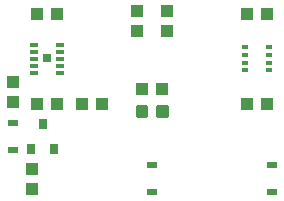
<source format=gtp>
G75*
%MOIN*%
%OFA0B0*%
%FSLAX25Y25*%
%IPPOS*%
%LPD*%
%AMOC8*
5,1,8,0,0,1.08239X$1,22.5*
%
%ADD10R,0.03937X0.04331*%
%ADD11R,0.04331X0.03937*%
%ADD12R,0.02826X0.02756*%
%ADD13R,0.02756X0.01575*%
%ADD14R,0.01969X0.01378*%
%ADD15R,0.03268X0.02480*%
%ADD16C,0.01181*%
%ADD17R,0.03150X0.03543*%
D10*
X0173333Y0308054D03*
X0173333Y0314746D03*
X0166833Y0337054D03*
X0166833Y0343746D03*
X0208333Y0360554D03*
X0208333Y0367246D03*
X0218333Y0367246D03*
X0218333Y0360554D03*
D11*
X0216680Y0341400D03*
X0209987Y0341400D03*
X0196680Y0336400D03*
X0189987Y0336400D03*
X0181680Y0336400D03*
X0174987Y0336400D03*
X0174987Y0366400D03*
X0181680Y0366400D03*
X0244987Y0366400D03*
X0251680Y0366400D03*
X0251680Y0336400D03*
X0244987Y0336400D03*
D12*
X0178333Y0351597D03*
D13*
X0174003Y0351400D03*
X0174003Y0353762D03*
X0174003Y0356124D03*
X0174003Y0349038D03*
X0174003Y0346676D03*
X0182664Y0346676D03*
X0182664Y0349038D03*
X0182664Y0351400D03*
X0182664Y0353762D03*
X0182664Y0356124D03*
D14*
X0244298Y0355239D03*
X0244298Y0352680D03*
X0244298Y0350120D03*
X0244298Y0347561D03*
X0252369Y0347561D03*
X0252369Y0350120D03*
X0252369Y0352680D03*
X0252369Y0355239D03*
D15*
X0253333Y0315928D03*
X0253333Y0306872D03*
X0213333Y0306872D03*
X0213333Y0315928D03*
X0166833Y0320872D03*
X0166833Y0329928D03*
D16*
X0208503Y0332522D02*
X0208503Y0335278D01*
X0211259Y0335278D01*
X0211259Y0332522D01*
X0208503Y0332522D01*
X0208503Y0333644D02*
X0211259Y0333644D01*
X0211259Y0334766D02*
X0208503Y0334766D01*
X0215408Y0335278D02*
X0215408Y0332522D01*
X0215408Y0335278D02*
X0218164Y0335278D01*
X0218164Y0332522D01*
X0215408Y0332522D01*
X0215408Y0333644D02*
X0218164Y0333644D01*
X0218164Y0334766D02*
X0215408Y0334766D01*
D17*
X0180573Y0321463D03*
X0173093Y0321463D03*
X0176833Y0329731D03*
M02*

</source>
